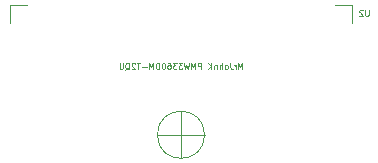
<source format=gbr>
%TF.GenerationSoftware,KiCad,Pcbnew,(6.0.9-0)*%
%TF.CreationDate,2022-12-16T11:10:40-08:00*%
%TF.ProjectId,trackball,74726163-6b62-4616-9c6c-2e6b69636164,v01*%
%TF.SameCoordinates,Original*%
%TF.FileFunction,Legend,Bot*%
%TF.FilePolarity,Positive*%
%FSLAX46Y46*%
G04 Gerber Fmt 4.6, Leading zero omitted, Abs format (unit mm)*
G04 Created by KiCad (PCBNEW (6.0.9-0)) date 2022-12-16 11:10:40*
%MOMM*%
%LPD*%
G01*
G04 APERTURE LIST*
%ADD10C,0.100000*%
%ADD11C,0.120000*%
G04 APERTURE END LIST*
D10*
X149702380Y-141426190D02*
X149702380Y-140926190D01*
X149535714Y-141283333D01*
X149369047Y-140926190D01*
X149369047Y-141426190D01*
X149130952Y-141426190D02*
X149130952Y-141092857D01*
X149130952Y-141188095D02*
X149107142Y-141140476D01*
X149083333Y-141116666D01*
X149035714Y-141092857D01*
X148988095Y-141092857D01*
X148678571Y-140926190D02*
X148678571Y-141283333D01*
X148702380Y-141354761D01*
X148750000Y-141402380D01*
X148821428Y-141426190D01*
X148869047Y-141426190D01*
X148369047Y-141426190D02*
X148416666Y-141402380D01*
X148440476Y-141378571D01*
X148464285Y-141330952D01*
X148464285Y-141188095D01*
X148440476Y-141140476D01*
X148416666Y-141116666D01*
X148369047Y-141092857D01*
X148297619Y-141092857D01*
X148250000Y-141116666D01*
X148226190Y-141140476D01*
X148202380Y-141188095D01*
X148202380Y-141330952D01*
X148226190Y-141378571D01*
X148250000Y-141402380D01*
X148297619Y-141426190D01*
X148369047Y-141426190D01*
X147988095Y-141426190D02*
X147988095Y-140926190D01*
X147773809Y-141426190D02*
X147773809Y-141164285D01*
X147797619Y-141116666D01*
X147845238Y-141092857D01*
X147916666Y-141092857D01*
X147964285Y-141116666D01*
X147988095Y-141140476D01*
X147535714Y-141092857D02*
X147535714Y-141426190D01*
X147535714Y-141140476D02*
X147511904Y-141116666D01*
X147464285Y-141092857D01*
X147392857Y-141092857D01*
X147345238Y-141116666D01*
X147321428Y-141164285D01*
X147321428Y-141426190D01*
X147083333Y-141426190D02*
X147083333Y-140926190D01*
X146797619Y-141426190D02*
X147011904Y-141140476D01*
X146797619Y-140926190D02*
X147083333Y-141211904D01*
X146202380Y-141426190D02*
X146202380Y-140926190D01*
X146011904Y-140926190D01*
X145964285Y-140950000D01*
X145940476Y-140973809D01*
X145916666Y-141021428D01*
X145916666Y-141092857D01*
X145940476Y-141140476D01*
X145964285Y-141164285D01*
X146011904Y-141188095D01*
X146202380Y-141188095D01*
X145702380Y-141426190D02*
X145702380Y-140926190D01*
X145535714Y-141283333D01*
X145369047Y-140926190D01*
X145369047Y-141426190D01*
X145178571Y-140926190D02*
X145059523Y-141426190D01*
X144964285Y-141069047D01*
X144869047Y-141426190D01*
X144750000Y-140926190D01*
X144607142Y-140926190D02*
X144297619Y-140926190D01*
X144464285Y-141116666D01*
X144392857Y-141116666D01*
X144345238Y-141140476D01*
X144321428Y-141164285D01*
X144297619Y-141211904D01*
X144297619Y-141330952D01*
X144321428Y-141378571D01*
X144345238Y-141402380D01*
X144392857Y-141426190D01*
X144535714Y-141426190D01*
X144583333Y-141402380D01*
X144607142Y-141378571D01*
X144130952Y-140926190D02*
X143821428Y-140926190D01*
X143988095Y-141116666D01*
X143916666Y-141116666D01*
X143869047Y-141140476D01*
X143845238Y-141164285D01*
X143821428Y-141211904D01*
X143821428Y-141330952D01*
X143845238Y-141378571D01*
X143869047Y-141402380D01*
X143916666Y-141426190D01*
X144059523Y-141426190D01*
X144107142Y-141402380D01*
X144130952Y-141378571D01*
X143392857Y-140926190D02*
X143488095Y-140926190D01*
X143535714Y-140950000D01*
X143559523Y-140973809D01*
X143607142Y-141045238D01*
X143630952Y-141140476D01*
X143630952Y-141330952D01*
X143607142Y-141378571D01*
X143583333Y-141402380D01*
X143535714Y-141426190D01*
X143440476Y-141426190D01*
X143392857Y-141402380D01*
X143369047Y-141378571D01*
X143345238Y-141330952D01*
X143345238Y-141211904D01*
X143369047Y-141164285D01*
X143392857Y-141140476D01*
X143440476Y-141116666D01*
X143535714Y-141116666D01*
X143583333Y-141140476D01*
X143607142Y-141164285D01*
X143630952Y-141211904D01*
X143035714Y-140926190D02*
X142988095Y-140926190D01*
X142940476Y-140950000D01*
X142916666Y-140973809D01*
X142892857Y-141021428D01*
X142869047Y-141116666D01*
X142869047Y-141235714D01*
X142892857Y-141330952D01*
X142916666Y-141378571D01*
X142940476Y-141402380D01*
X142988095Y-141426190D01*
X143035714Y-141426190D01*
X143083333Y-141402380D01*
X143107142Y-141378571D01*
X143130952Y-141330952D01*
X143154761Y-141235714D01*
X143154761Y-141116666D01*
X143130952Y-141021428D01*
X143107142Y-140973809D01*
X143083333Y-140950000D01*
X143035714Y-140926190D01*
X142654761Y-141426190D02*
X142654761Y-140926190D01*
X142535714Y-140926190D01*
X142464285Y-140950000D01*
X142416666Y-140997619D01*
X142392857Y-141045238D01*
X142369047Y-141140476D01*
X142369047Y-141211904D01*
X142392857Y-141307142D01*
X142416666Y-141354761D01*
X142464285Y-141402380D01*
X142535714Y-141426190D01*
X142654761Y-141426190D01*
X142154761Y-141426190D02*
X142154761Y-140926190D01*
X141988095Y-141283333D01*
X141821428Y-140926190D01*
X141821428Y-141426190D01*
X141583333Y-141235714D02*
X141202380Y-141235714D01*
X141035714Y-140926190D02*
X140750000Y-140926190D01*
X140892857Y-141426190D02*
X140892857Y-140926190D01*
X140607142Y-140973809D02*
X140583333Y-140950000D01*
X140535714Y-140926190D01*
X140416666Y-140926190D01*
X140369047Y-140950000D01*
X140345238Y-140973809D01*
X140321428Y-141021428D01*
X140321428Y-141069047D01*
X140345238Y-141140476D01*
X140630952Y-141426190D01*
X140321428Y-141426190D01*
X139773809Y-141473809D02*
X139821428Y-141450000D01*
X139869047Y-141402380D01*
X139940476Y-141330952D01*
X139988095Y-141307142D01*
X140035714Y-141307142D01*
X140011904Y-141426190D02*
X140059523Y-141402380D01*
X140107142Y-141354761D01*
X140130952Y-141259523D01*
X140130952Y-141092857D01*
X140107142Y-140997619D01*
X140059523Y-140950000D01*
X140011904Y-140926190D01*
X139916666Y-140926190D01*
X139869047Y-140950000D01*
X139821428Y-140997619D01*
X139797619Y-141092857D01*
X139797619Y-141259523D01*
X139821428Y-141354761D01*
X139869047Y-141402380D01*
X139916666Y-141426190D01*
X140011904Y-141426190D01*
X139583333Y-140926190D02*
X139583333Y-141330952D01*
X139559523Y-141378571D01*
X139535714Y-141402380D01*
X139488095Y-141426190D01*
X139392857Y-141426190D01*
X139345238Y-141402380D01*
X139321428Y-141378571D01*
X139297619Y-141330952D01*
X139297619Y-140926190D01*
%TO.C,U2*%
X160380952Y-136426190D02*
X160380952Y-136830952D01*
X160357142Y-136878571D01*
X160333333Y-136902380D01*
X160285714Y-136926190D01*
X160190476Y-136926190D01*
X160142857Y-136902380D01*
X160119047Y-136878571D01*
X160095238Y-136830952D01*
X160095238Y-136426190D01*
X159880952Y-136473809D02*
X159857142Y-136450000D01*
X159809523Y-136426190D01*
X159690476Y-136426190D01*
X159642857Y-136450000D01*
X159619047Y-136473809D01*
X159595238Y-136521428D01*
X159595238Y-136569047D01*
X159619047Y-136640476D01*
X159904761Y-136926190D01*
X159595238Y-136926190D01*
D11*
X130000000Y-136000000D02*
X130000000Y-137500000D01*
X142500000Y-147000000D02*
X146500000Y-147000000D01*
X159000000Y-136000000D02*
X159000000Y-137500000D01*
X131500000Y-136000000D02*
X130000000Y-136000000D01*
X144500000Y-145000000D02*
X144500000Y-149000000D01*
X157500000Y-136000000D02*
X159000000Y-136000000D01*
D10*
X146500000Y-147000000D02*
G75*
G03*
X146500000Y-147000000I-2000000J0D01*
G01*
%TD*%
M02*

</source>
